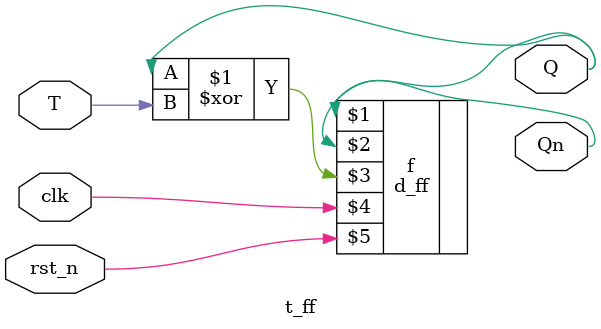
<source format=v>
`timescale 1ns / 1ps


module t_ff(output Q, Qn, input T, clk, rst_n);
    d_ff f(Q, Qn, Q ^ T, clk, rst_n);
endmodule

</source>
